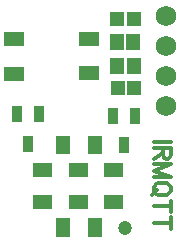
<source format=gts>
G04 Layer: TopSolderMaskLayer*
G04 EasyEDA v6.1.51, Sun, 16 Jun 2019 04:45:57 GMT*
G04 01268da5a8234bf897f73133ac2f115b,46bf6a40d4384fdb86bc8fc37bf60e4c,10*
G04 Gerber Generator version 0.2*
G04 Scale: 100 percent, Rotated: No, Reflected: No *
G04 Dimensions in millimeters *
G04 leading zeros omitted , absolute positions ,3 integer and 3 decimal *
%FSLAX33Y33*%
%MOMM*%
G90*
G71D02*

%ADD20C,0.299999*%
%ADD30C,1.727200*%
%ADD31R,0.903199X1.453210*%
%ADD33R,1.203198X1.603248*%
%ADD34R,1.203198X1.303198*%
%ADD35R,1.703197X1.303198*%
%ADD36C,1.203198*%

%LPD*%
G54D20*
G01X14268Y9398D02*
G01X12836Y9398D01*
G01X14268Y8947D02*
G01X12836Y8947D01*
G01X14268Y8947D02*
G01X14268Y8334D01*
G01X14199Y8129D01*
G01X14131Y8061D01*
G01X13995Y7993D01*
G01X13859Y7993D01*
G01X13722Y8061D01*
G01X13654Y8129D01*
G01X13586Y8334D01*
G01X13586Y8947D01*
G01X13586Y8470D02*
G01X12836Y7993D01*
G01X14268Y7543D02*
G01X12836Y7543D01*
G01X14268Y7543D02*
G01X12836Y6997D01*
G01X14268Y6452D02*
G01X12836Y6997D01*
G01X14268Y6452D02*
G01X12836Y6452D01*
G01X14268Y5593D02*
G01X14199Y5729D01*
G01X14063Y5866D01*
G01X13927Y5934D01*
G01X13722Y6002D01*
G01X13381Y6002D01*
G01X13177Y5934D01*
G01X13040Y5866D01*
G01X12904Y5729D01*
G01X12836Y5593D01*
G01X12836Y5320D01*
G01X12904Y5184D01*
G01X13040Y5047D01*
G01X13177Y4979D01*
G01X13381Y4911D01*
G01X13722Y4911D01*
G01X13927Y4979D01*
G01X14063Y5047D01*
G01X14199Y5184D01*
G01X14268Y5320D01*
G01X14268Y5593D01*
G01X13109Y5388D02*
G01X12700Y4979D01*
G01X14268Y3984D02*
G01X12836Y3984D01*
G01X14268Y4461D02*
G01X14268Y3507D01*
G01X14268Y2579D02*
G01X12836Y2579D01*
G01X14268Y3057D02*
G01X14268Y2102D01*
G54D30*
G01X13843Y20066D03*
G01X13843Y17526D03*
G01X13843Y14986D03*
G01X13843Y12446D03*
G54D31*
G01X10287Y9164D03*
G01X9337Y11663D03*
G01X11236Y11663D03*
G36*
G01X5674Y3764D02*
G01X5674Y4965D01*
G01X7279Y4965D01*
G01X7279Y3764D01*
G01X5674Y3764D01*
G37*
G36*
G01X5674Y6464D02*
G01X5674Y7665D01*
G01X7279Y7665D01*
G01X7279Y6464D01*
G01X5674Y6464D01*
G37*
G36*
G01X7226Y1356D02*
G01X7226Y2961D01*
G01X8427Y2961D01*
G01X8427Y1356D01*
G01X7226Y1356D01*
G37*
G36*
G01X4526Y1356D02*
G01X4526Y2961D01*
G01X5727Y2961D01*
G01X5727Y1356D01*
G01X4526Y1356D01*
G37*
G54D33*
G01X5126Y9144D03*
G01X7827Y9144D03*
G36*
G01X2626Y3764D02*
G01X2626Y4965D01*
G01X4231Y4965D01*
G01X4231Y3764D01*
G01X2626Y3764D01*
G37*
G36*
G01X2626Y6464D02*
G01X2626Y7665D01*
G01X4231Y7665D01*
G01X4231Y6464D01*
G01X2626Y6464D01*
G37*
G36*
G01X8595Y3764D02*
G01X8595Y4965D01*
G01X10200Y4965D01*
G01X10200Y3764D01*
G01X8595Y3764D01*
G37*
G36*
G01X8595Y6464D02*
G01X8595Y7665D01*
G01X10200Y7665D01*
G01X10200Y6464D01*
G01X8595Y6464D01*
G37*
G54D31*
G01X2159Y9291D03*
G01X1209Y11790D03*
G01X3108Y11790D03*
G36*
G01X10474Y17254D02*
G01X10474Y18559D01*
G01X11676Y18559D01*
G01X11676Y17254D01*
G01X10474Y17254D01*
G37*
G36*
G01X9075Y17254D02*
G01X9075Y18559D01*
G01X10276Y18559D01*
G01X10276Y17254D01*
G01X9075Y17254D01*
G37*
G36*
G01X10513Y15222D02*
G01X10513Y16527D01*
G01X11714Y16527D01*
G01X11714Y15222D01*
G01X10513Y15222D01*
G37*
G36*
G01X9113Y15222D02*
G01X9113Y16527D01*
G01X10314Y16527D01*
G01X10314Y15222D01*
G01X9113Y15222D01*
G37*
G54D34*
G01X9713Y19812D03*
G01X11114Y19812D03*
G01X9752Y13970D03*
G01X11152Y13970D03*
G54D35*
G01X1016Y18161D03*
G01X7315Y18161D03*
G01X1016Y15220D03*
G01X7315Y15240D03*
G54D36*
G01X10414Y2143D03*
M00*
M02*

</source>
